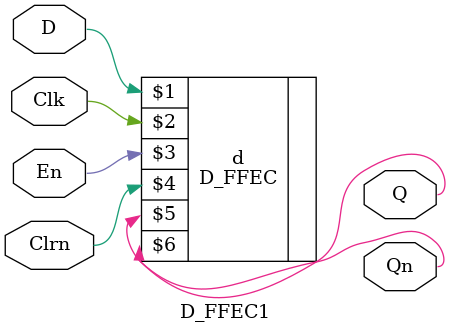
<source format=v>
`timescale 1ns / 1ps


module D_FFEC1(D,Clk,En,Clrn,Q,Qn);
input D,Clk,En,Clrn;
output Q,Qn;
D_FFEC d(D,Clk,En,Clrn,Q,Qn);
endmodule

</source>
